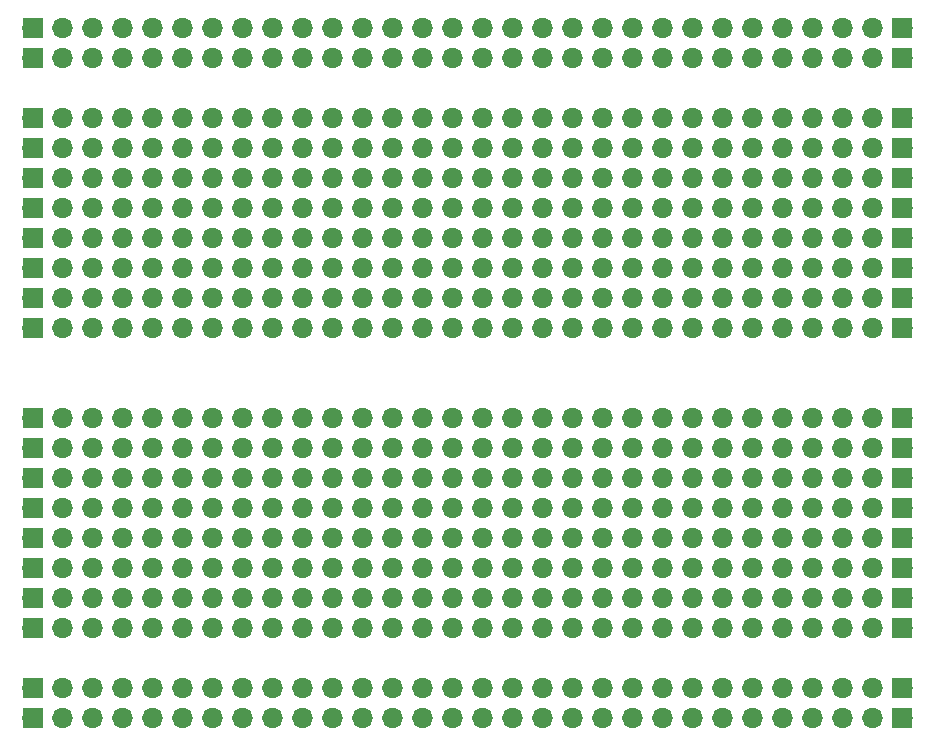
<source format=gbr>
%TF.GenerationSoftware,KiCad,Pcbnew,8.0.1*%
%TF.CreationDate,2024-04-20T18:08:00+02:00*%
%TF.ProjectId,proto_board_V3,70726f74-6f5f-4626-9f61-72645f56332e,rev?*%
%TF.SameCoordinates,Original*%
%TF.FileFunction,Soldermask,Bot*%
%TF.FilePolarity,Negative*%
%FSLAX46Y46*%
G04 Gerber Fmt 4.6, Leading zero omitted, Abs format (unit mm)*
G04 Created by KiCad (PCBNEW 8.0.1) date 2024-04-20 18:08:00*
%MOMM*%
%LPD*%
G01*
G04 APERTURE LIST*
%ADD10R,1.700000X1.700000*%
%ADD11O,1.700000X1.700000*%
G04 APERTURE END LIST*
D10*
%TO.C,REF\u002A\u002A*%
X122000000Y-52030000D03*
D11*
X119460000Y-52030000D03*
X116920000Y-52030000D03*
X114380000Y-52030000D03*
X111840000Y-52030000D03*
X109300000Y-52030000D03*
X106760000Y-52030000D03*
X104220000Y-52030000D03*
X101680000Y-52030000D03*
X99140000Y-52030000D03*
X96600000Y-52030000D03*
X94060000Y-52030000D03*
X91520000Y-52030000D03*
X88980000Y-52030000D03*
X86440000Y-52030000D03*
X83900000Y-52030000D03*
X81360000Y-52030000D03*
X78820000Y-52030000D03*
X76280000Y-52030000D03*
X73740000Y-52030000D03*
X71200000Y-52030000D03*
X68660000Y-52030000D03*
X66120000Y-52030000D03*
X63580000Y-52030000D03*
X61040000Y-52030000D03*
X58500000Y-52030000D03*
X55960000Y-52030000D03*
X53420000Y-52030000D03*
X50880000Y-52030000D03*
X48340000Y-52030000D03*
%TD*%
D10*
%TO.C,REF\u002A\u002A*%
X122010000Y-97750000D03*
D11*
X119470000Y-97750000D03*
X116930000Y-97750000D03*
X114390000Y-97750000D03*
X111850000Y-97750000D03*
X109310000Y-97750000D03*
X106770000Y-97750000D03*
X104230000Y-97750000D03*
X101690000Y-97750000D03*
X99150000Y-97750000D03*
X96610000Y-97750000D03*
X94070000Y-97750000D03*
X91530000Y-97750000D03*
X88990000Y-97750000D03*
X86450000Y-97750000D03*
X83910000Y-97750000D03*
X81370000Y-97750000D03*
X78830000Y-97750000D03*
X76290000Y-97750000D03*
X73750000Y-97750000D03*
X71210000Y-97750000D03*
X68670000Y-97750000D03*
X66130000Y-97750000D03*
X63590000Y-97750000D03*
X61050000Y-97750000D03*
X58510000Y-97750000D03*
X55970000Y-97750000D03*
X53430000Y-97750000D03*
X50890000Y-97750000D03*
X48350000Y-97750000D03*
%TD*%
D10*
%TO.C,REF\u002A\u002A*%
X122000000Y-62190000D03*
D11*
X119460000Y-62190000D03*
X116920000Y-62190000D03*
X114380000Y-62190000D03*
X111840000Y-62190000D03*
X109300000Y-62190000D03*
X106760000Y-62190000D03*
X104220000Y-62190000D03*
X101680000Y-62190000D03*
X99140000Y-62190000D03*
X96600000Y-62190000D03*
X94060000Y-62190000D03*
X91520000Y-62190000D03*
X88980000Y-62190000D03*
X86440000Y-62190000D03*
X83900000Y-62190000D03*
X81360000Y-62190000D03*
X78820000Y-62190000D03*
X76280000Y-62190000D03*
X73740000Y-62190000D03*
X71200000Y-62190000D03*
X68660000Y-62190000D03*
X66120000Y-62190000D03*
X63580000Y-62190000D03*
X61040000Y-62190000D03*
X58500000Y-62190000D03*
X55960000Y-62190000D03*
X53420000Y-62190000D03*
X50880000Y-62190000D03*
X48340000Y-62190000D03*
%TD*%
D10*
%TO.C,REF\u002A\u002A*%
X122000000Y-74890000D03*
D11*
X119460000Y-74890000D03*
X116920000Y-74890000D03*
X114380000Y-74890000D03*
X111840000Y-74890000D03*
X109300000Y-74890000D03*
X106760000Y-74890000D03*
X104220000Y-74890000D03*
X101680000Y-74890000D03*
X99140000Y-74890000D03*
X96600000Y-74890000D03*
X94060000Y-74890000D03*
X91520000Y-74890000D03*
X88980000Y-74890000D03*
X86440000Y-74890000D03*
X83900000Y-74890000D03*
X81360000Y-74890000D03*
X78820000Y-74890000D03*
X76280000Y-74890000D03*
X73740000Y-74890000D03*
X71200000Y-74890000D03*
X68660000Y-74890000D03*
X66120000Y-74890000D03*
X63580000Y-74890000D03*
X61040000Y-74890000D03*
X58500000Y-74890000D03*
X55960000Y-74890000D03*
X53420000Y-74890000D03*
X50880000Y-74890000D03*
X48340000Y-74890000D03*
%TD*%
D10*
%TO.C,REF\u002A\u002A*%
X122000000Y-69810000D03*
D11*
X119460000Y-69810000D03*
X116920000Y-69810000D03*
X114380000Y-69810000D03*
X111840000Y-69810000D03*
X109300000Y-69810000D03*
X106760000Y-69810000D03*
X104220000Y-69810000D03*
X101680000Y-69810000D03*
X99140000Y-69810000D03*
X96600000Y-69810000D03*
X94060000Y-69810000D03*
X91520000Y-69810000D03*
X88980000Y-69810000D03*
X86440000Y-69810000D03*
X83900000Y-69810000D03*
X81360000Y-69810000D03*
X78820000Y-69810000D03*
X76280000Y-69810000D03*
X73740000Y-69810000D03*
X71200000Y-69810000D03*
X68660000Y-69810000D03*
X66120000Y-69810000D03*
X63580000Y-69810000D03*
X61040000Y-69810000D03*
X58500000Y-69810000D03*
X55960000Y-69810000D03*
X53420000Y-69810000D03*
X50880000Y-69810000D03*
X48340000Y-69810000D03*
%TD*%
D10*
%TO.C,REF\u002A\u002A*%
X122000000Y-64730000D03*
D11*
X119460000Y-64730000D03*
X116920000Y-64730000D03*
X114380000Y-64730000D03*
X111840000Y-64730000D03*
X109300000Y-64730000D03*
X106760000Y-64730000D03*
X104220000Y-64730000D03*
X101680000Y-64730000D03*
X99140000Y-64730000D03*
X96600000Y-64730000D03*
X94060000Y-64730000D03*
X91520000Y-64730000D03*
X88980000Y-64730000D03*
X86440000Y-64730000D03*
X83900000Y-64730000D03*
X81360000Y-64730000D03*
X78820000Y-64730000D03*
X76280000Y-64730000D03*
X73740000Y-64730000D03*
X71200000Y-64730000D03*
X68660000Y-64730000D03*
X66120000Y-64730000D03*
X63580000Y-64730000D03*
X61040000Y-64730000D03*
X58500000Y-64730000D03*
X55960000Y-64730000D03*
X53420000Y-64730000D03*
X50880000Y-64730000D03*
X48340000Y-64730000D03*
%TD*%
D10*
%TO.C,REF\u002A\u002A*%
X122010000Y-105370000D03*
D11*
X119470000Y-105370000D03*
X116930000Y-105370000D03*
X114390000Y-105370000D03*
X111850000Y-105370000D03*
X109310000Y-105370000D03*
X106770000Y-105370000D03*
X104230000Y-105370000D03*
X101690000Y-105370000D03*
X99150000Y-105370000D03*
X96610000Y-105370000D03*
X94070000Y-105370000D03*
X91530000Y-105370000D03*
X88990000Y-105370000D03*
X86450000Y-105370000D03*
X83910000Y-105370000D03*
X81370000Y-105370000D03*
X78830000Y-105370000D03*
X76290000Y-105370000D03*
X73750000Y-105370000D03*
X71210000Y-105370000D03*
X68670000Y-105370000D03*
X66130000Y-105370000D03*
X63590000Y-105370000D03*
X61050000Y-105370000D03*
X58510000Y-105370000D03*
X55970000Y-105370000D03*
X53430000Y-105370000D03*
X50890000Y-105370000D03*
X48350000Y-105370000D03*
%TD*%
%TO.C,*%
X83905000Y-72345000D03*
%TD*%
D10*
%TO.C,REF\u002A\u002A*%
X48400000Y-57060000D03*
D11*
X50940000Y-57060000D03*
X53480000Y-57060000D03*
X56020000Y-57060000D03*
X58560000Y-57060000D03*
X61100000Y-57060000D03*
X63640000Y-57060000D03*
X66180000Y-57060000D03*
X68720000Y-57060000D03*
X71260000Y-57060000D03*
X73800000Y-57060000D03*
X76340000Y-57060000D03*
X78880000Y-57060000D03*
X81420000Y-57060000D03*
X83960000Y-57060000D03*
X86500000Y-57060000D03*
X89040000Y-57060000D03*
X91580000Y-57060000D03*
X94120000Y-57060000D03*
X96660000Y-57060000D03*
X99200000Y-57060000D03*
X101740000Y-57060000D03*
X104280000Y-57060000D03*
X106820000Y-57060000D03*
X109360000Y-57060000D03*
X111900000Y-57060000D03*
X114440000Y-57060000D03*
X116980000Y-57060000D03*
X119520000Y-57060000D03*
X122060000Y-57060000D03*
%TD*%
D10*
%TO.C,REF\u002A\u002A*%
X48410000Y-107860000D03*
D11*
X50950000Y-107860000D03*
X53490000Y-107860000D03*
X56030000Y-107860000D03*
X58570000Y-107860000D03*
X61110000Y-107860000D03*
X63650000Y-107860000D03*
X66190000Y-107860000D03*
X68730000Y-107860000D03*
X71270000Y-107860000D03*
X73810000Y-107860000D03*
X76350000Y-107860000D03*
X78890000Y-107860000D03*
X81430000Y-107860000D03*
X83970000Y-107860000D03*
X86510000Y-107860000D03*
X89050000Y-107860000D03*
X91590000Y-107860000D03*
X94130000Y-107860000D03*
X96670000Y-107860000D03*
X99210000Y-107860000D03*
X101750000Y-107860000D03*
X104290000Y-107860000D03*
X106830000Y-107860000D03*
X109370000Y-107860000D03*
X111910000Y-107860000D03*
X114450000Y-107860000D03*
X116990000Y-107860000D03*
X119530000Y-107860000D03*
X122070000Y-107860000D03*
%TD*%
D10*
%TO.C,REF\u002A\u002A*%
X48410000Y-87540000D03*
D11*
X50950000Y-87540000D03*
X53490000Y-87540000D03*
X56030000Y-87540000D03*
X58570000Y-87540000D03*
X61110000Y-87540000D03*
X63650000Y-87540000D03*
X66190000Y-87540000D03*
X68730000Y-87540000D03*
X71270000Y-87540000D03*
X73810000Y-87540000D03*
X76350000Y-87540000D03*
X78890000Y-87540000D03*
X81430000Y-87540000D03*
X83970000Y-87540000D03*
X86510000Y-87540000D03*
X89050000Y-87540000D03*
X91590000Y-87540000D03*
X94130000Y-87540000D03*
X96670000Y-87540000D03*
X99210000Y-87540000D03*
X101750000Y-87540000D03*
X104290000Y-87540000D03*
X106830000Y-87540000D03*
X109370000Y-87540000D03*
X111910000Y-87540000D03*
X114450000Y-87540000D03*
X116990000Y-87540000D03*
X119530000Y-87540000D03*
X122070000Y-87540000D03*
%TD*%
D10*
%TO.C,REF\u002A\u002A*%
X48410000Y-97700000D03*
D11*
X50950000Y-97700000D03*
X53490000Y-97700000D03*
X56030000Y-97700000D03*
X58570000Y-97700000D03*
X61110000Y-97700000D03*
X63650000Y-97700000D03*
X66190000Y-97700000D03*
X68730000Y-97700000D03*
X71270000Y-97700000D03*
X73810000Y-97700000D03*
X76350000Y-97700000D03*
X78890000Y-97700000D03*
X81430000Y-97700000D03*
X83970000Y-97700000D03*
X86510000Y-97700000D03*
X89050000Y-97700000D03*
X91590000Y-97700000D03*
X94130000Y-97700000D03*
X96670000Y-97700000D03*
X99210000Y-97700000D03*
X101750000Y-97700000D03*
X104290000Y-97700000D03*
X106830000Y-97700000D03*
X109370000Y-97700000D03*
X111910000Y-97700000D03*
X114450000Y-97700000D03*
X116990000Y-97700000D03*
X119530000Y-97700000D03*
X122070000Y-97700000D03*
%TD*%
D10*
%TO.C,REF\u002A\u002A*%
X48400000Y-72300000D03*
D11*
X50940000Y-72300000D03*
X53480000Y-72300000D03*
X56020000Y-72300000D03*
X58560000Y-72300000D03*
X61100000Y-72300000D03*
X63640000Y-72300000D03*
X66180000Y-72300000D03*
X68720000Y-72300000D03*
X71260000Y-72300000D03*
X73800000Y-72300000D03*
X76340000Y-72300000D03*
X78880000Y-72300000D03*
X81420000Y-72300000D03*
X83960000Y-72300000D03*
X86500000Y-72300000D03*
X89040000Y-72300000D03*
X91580000Y-72300000D03*
X94120000Y-72300000D03*
X96660000Y-72300000D03*
X99200000Y-72300000D03*
X101740000Y-72300000D03*
X104280000Y-72300000D03*
X106820000Y-72300000D03*
X109360000Y-72300000D03*
X111900000Y-72300000D03*
X114440000Y-72300000D03*
X116980000Y-72300000D03*
X119520000Y-72300000D03*
X122060000Y-72300000D03*
%TD*%
D10*
%TO.C,REF\u002A\u002A*%
X48410000Y-85000000D03*
D11*
X50950000Y-85000000D03*
X53490000Y-85000000D03*
X56030000Y-85000000D03*
X58570000Y-85000000D03*
X61110000Y-85000000D03*
X63650000Y-85000000D03*
X66190000Y-85000000D03*
X68730000Y-85000000D03*
X71270000Y-85000000D03*
X73810000Y-85000000D03*
X76350000Y-85000000D03*
X78890000Y-85000000D03*
X81430000Y-85000000D03*
X83970000Y-85000000D03*
X86510000Y-85000000D03*
X89050000Y-85000000D03*
X91590000Y-85000000D03*
X94130000Y-85000000D03*
X96670000Y-85000000D03*
X99210000Y-85000000D03*
X101750000Y-85000000D03*
X104290000Y-85000000D03*
X106830000Y-85000000D03*
X109370000Y-85000000D03*
X111910000Y-85000000D03*
X114450000Y-85000000D03*
X116990000Y-85000000D03*
X119530000Y-85000000D03*
X122070000Y-85000000D03*
%TD*%
D10*
%TO.C,REF\u002A\u002A*%
X48410000Y-100240000D03*
D11*
X50950000Y-100240000D03*
X53490000Y-100240000D03*
X56030000Y-100240000D03*
X58570000Y-100240000D03*
X61110000Y-100240000D03*
X63650000Y-100240000D03*
X66190000Y-100240000D03*
X68730000Y-100240000D03*
X71270000Y-100240000D03*
X73810000Y-100240000D03*
X76350000Y-100240000D03*
X78890000Y-100240000D03*
X81430000Y-100240000D03*
X83970000Y-100240000D03*
X86510000Y-100240000D03*
X89050000Y-100240000D03*
X91590000Y-100240000D03*
X94130000Y-100240000D03*
X96670000Y-100240000D03*
X99210000Y-100240000D03*
X101750000Y-100240000D03*
X104290000Y-100240000D03*
X106830000Y-100240000D03*
X109370000Y-100240000D03*
X111910000Y-100240000D03*
X114450000Y-100240000D03*
X116990000Y-100240000D03*
X119530000Y-100240000D03*
X122070000Y-100240000D03*
%TD*%
D10*
%TO.C,REF\u002A\u002A*%
X122010000Y-82510000D03*
D11*
X119470000Y-82510000D03*
X116930000Y-82510000D03*
X114390000Y-82510000D03*
X111850000Y-82510000D03*
X109310000Y-82510000D03*
X106770000Y-82510000D03*
X104230000Y-82510000D03*
X101690000Y-82510000D03*
X99150000Y-82510000D03*
X96610000Y-82510000D03*
X94070000Y-82510000D03*
X91530000Y-82510000D03*
X88990000Y-82510000D03*
X86450000Y-82510000D03*
X83910000Y-82510000D03*
X81370000Y-82510000D03*
X78830000Y-82510000D03*
X76290000Y-82510000D03*
X73750000Y-82510000D03*
X71210000Y-82510000D03*
X68670000Y-82510000D03*
X66130000Y-82510000D03*
X63590000Y-82510000D03*
X61050000Y-82510000D03*
X58510000Y-82510000D03*
X55970000Y-82510000D03*
X53430000Y-82510000D03*
X50890000Y-82510000D03*
X48350000Y-82510000D03*
%TD*%
D10*
%TO.C,REF\u002A\u002A*%
X122010000Y-87590000D03*
D11*
X119470000Y-87590000D03*
X116930000Y-87590000D03*
X114390000Y-87590000D03*
X111850000Y-87590000D03*
X109310000Y-87590000D03*
X106770000Y-87590000D03*
X104230000Y-87590000D03*
X101690000Y-87590000D03*
X99150000Y-87590000D03*
X96610000Y-87590000D03*
X94070000Y-87590000D03*
X91530000Y-87590000D03*
X88990000Y-87590000D03*
X86450000Y-87590000D03*
X83910000Y-87590000D03*
X81370000Y-87590000D03*
X78830000Y-87590000D03*
X76290000Y-87590000D03*
X73750000Y-87590000D03*
X71210000Y-87590000D03*
X68670000Y-87590000D03*
X66130000Y-87590000D03*
X63590000Y-87590000D03*
X61050000Y-87590000D03*
X58510000Y-87590000D03*
X55970000Y-87590000D03*
X53430000Y-87590000D03*
X50890000Y-87590000D03*
X48350000Y-87590000D03*
%TD*%
D10*
%TO.C,REF\u002A\u002A*%
X48410000Y-105320000D03*
D11*
X50950000Y-105320000D03*
X53490000Y-105320000D03*
X56030000Y-105320000D03*
X58570000Y-105320000D03*
X61110000Y-105320000D03*
X63650000Y-105320000D03*
X66190000Y-105320000D03*
X68730000Y-105320000D03*
X71270000Y-105320000D03*
X73810000Y-105320000D03*
X76350000Y-105320000D03*
X78890000Y-105320000D03*
X81430000Y-105320000D03*
X83970000Y-105320000D03*
X86510000Y-105320000D03*
X89050000Y-105320000D03*
X91590000Y-105320000D03*
X94130000Y-105320000D03*
X96670000Y-105320000D03*
X99210000Y-105320000D03*
X101750000Y-105320000D03*
X104290000Y-105320000D03*
X106830000Y-105320000D03*
X109370000Y-105320000D03*
X111910000Y-105320000D03*
X114450000Y-105320000D03*
X116990000Y-105320000D03*
X119530000Y-105320000D03*
X122070000Y-105320000D03*
%TD*%
D10*
%TO.C,REF\u002A\u002A*%
X48400000Y-51980000D03*
D11*
X50940000Y-51980000D03*
X53480000Y-51980000D03*
X56020000Y-51980000D03*
X58560000Y-51980000D03*
X61100000Y-51980000D03*
X63640000Y-51980000D03*
X66180000Y-51980000D03*
X68720000Y-51980000D03*
X71260000Y-51980000D03*
X73800000Y-51980000D03*
X76340000Y-51980000D03*
X78880000Y-51980000D03*
X81420000Y-51980000D03*
X83960000Y-51980000D03*
X86500000Y-51980000D03*
X89040000Y-51980000D03*
X91580000Y-51980000D03*
X94120000Y-51980000D03*
X96660000Y-51980000D03*
X99200000Y-51980000D03*
X101740000Y-51980000D03*
X104280000Y-51980000D03*
X106820000Y-51980000D03*
X109360000Y-51980000D03*
X111900000Y-51980000D03*
X114440000Y-51980000D03*
X116980000Y-51980000D03*
X119520000Y-51980000D03*
X122060000Y-51980000D03*
%TD*%
D10*
%TO.C,REF\u002A\u002A*%
X122010000Y-92670000D03*
D11*
X119470000Y-92670000D03*
X116930000Y-92670000D03*
X114390000Y-92670000D03*
X111850000Y-92670000D03*
X109310000Y-92670000D03*
X106770000Y-92670000D03*
X104230000Y-92670000D03*
X101690000Y-92670000D03*
X99150000Y-92670000D03*
X96610000Y-92670000D03*
X94070000Y-92670000D03*
X91530000Y-92670000D03*
X88990000Y-92670000D03*
X86450000Y-92670000D03*
X83910000Y-92670000D03*
X81370000Y-92670000D03*
X78830000Y-92670000D03*
X76290000Y-92670000D03*
X73750000Y-92670000D03*
X71210000Y-92670000D03*
X68670000Y-92670000D03*
X66130000Y-92670000D03*
X63590000Y-92670000D03*
X61050000Y-92670000D03*
X58510000Y-92670000D03*
X55970000Y-92670000D03*
X53430000Y-92670000D03*
X50890000Y-92670000D03*
X48350000Y-92670000D03*
%TD*%
D10*
%TO.C,REF\u002A\u002A*%
X48410000Y-90080000D03*
D11*
X50950000Y-90080000D03*
X53490000Y-90080000D03*
X56030000Y-90080000D03*
X58570000Y-90080000D03*
X61110000Y-90080000D03*
X63650000Y-90080000D03*
X66190000Y-90080000D03*
X68730000Y-90080000D03*
X71270000Y-90080000D03*
X73810000Y-90080000D03*
X76350000Y-90080000D03*
X78890000Y-90080000D03*
X81430000Y-90080000D03*
X83970000Y-90080000D03*
X86510000Y-90080000D03*
X89050000Y-90080000D03*
X91590000Y-90080000D03*
X94130000Y-90080000D03*
X96670000Y-90080000D03*
X99210000Y-90080000D03*
X101750000Y-90080000D03*
X104290000Y-90080000D03*
X106830000Y-90080000D03*
X109370000Y-90080000D03*
X111910000Y-90080000D03*
X114450000Y-90080000D03*
X116990000Y-90080000D03*
X119530000Y-90080000D03*
X122070000Y-90080000D03*
%TD*%
D10*
%TO.C,REF\u002A\u002A*%
X122010000Y-100290000D03*
D11*
X119470000Y-100290000D03*
X116930000Y-100290000D03*
X114390000Y-100290000D03*
X111850000Y-100290000D03*
X109310000Y-100290000D03*
X106770000Y-100290000D03*
X104230000Y-100290000D03*
X101690000Y-100290000D03*
X99150000Y-100290000D03*
X96610000Y-100290000D03*
X94070000Y-100290000D03*
X91530000Y-100290000D03*
X88990000Y-100290000D03*
X86450000Y-100290000D03*
X83910000Y-100290000D03*
X81370000Y-100290000D03*
X78830000Y-100290000D03*
X76290000Y-100290000D03*
X73750000Y-100290000D03*
X71210000Y-100290000D03*
X68670000Y-100290000D03*
X66130000Y-100290000D03*
X63590000Y-100290000D03*
X61050000Y-100290000D03*
X58510000Y-100290000D03*
X55970000Y-100290000D03*
X53430000Y-100290000D03*
X50890000Y-100290000D03*
X48350000Y-100290000D03*
%TD*%
D10*
%TO.C,REF\u002A\u002A*%
X48400000Y-59600000D03*
D11*
X50940000Y-59600000D03*
X53480000Y-59600000D03*
X56020000Y-59600000D03*
X58560000Y-59600000D03*
X61100000Y-59600000D03*
X63640000Y-59600000D03*
X66180000Y-59600000D03*
X68720000Y-59600000D03*
X71260000Y-59600000D03*
X73800000Y-59600000D03*
X76340000Y-59600000D03*
X78880000Y-59600000D03*
X81420000Y-59600000D03*
X83960000Y-59600000D03*
X86500000Y-59600000D03*
X89040000Y-59600000D03*
X91580000Y-59600000D03*
X94120000Y-59600000D03*
X96660000Y-59600000D03*
X99200000Y-59600000D03*
X101740000Y-59600000D03*
X104280000Y-59600000D03*
X106820000Y-59600000D03*
X109360000Y-59600000D03*
X111900000Y-59600000D03*
X114440000Y-59600000D03*
X116980000Y-59600000D03*
X119520000Y-59600000D03*
X122060000Y-59600000D03*
%TD*%
D10*
%TO.C,REF\u002A\u002A*%
X48400000Y-62140000D03*
D11*
X50940000Y-62140000D03*
X53480000Y-62140000D03*
X56020000Y-62140000D03*
X58560000Y-62140000D03*
X61100000Y-62140000D03*
X63640000Y-62140000D03*
X66180000Y-62140000D03*
X68720000Y-62140000D03*
X71260000Y-62140000D03*
X73800000Y-62140000D03*
X76340000Y-62140000D03*
X78880000Y-62140000D03*
X81420000Y-62140000D03*
X83960000Y-62140000D03*
X86500000Y-62140000D03*
X89040000Y-62140000D03*
X91580000Y-62140000D03*
X94120000Y-62140000D03*
X96660000Y-62140000D03*
X99200000Y-62140000D03*
X101740000Y-62140000D03*
X104280000Y-62140000D03*
X106820000Y-62140000D03*
X109360000Y-62140000D03*
X111900000Y-62140000D03*
X114440000Y-62140000D03*
X116980000Y-62140000D03*
X119520000Y-62140000D03*
X122060000Y-62140000D03*
%TD*%
D10*
%TO.C,REF\u002A\u002A*%
X122000000Y-72350000D03*
D11*
X119460000Y-72350000D03*
X116920000Y-72350000D03*
X114380000Y-72350000D03*
X111840000Y-72350000D03*
X109300000Y-72350000D03*
X106760000Y-72350000D03*
X104220000Y-72350000D03*
X101680000Y-72350000D03*
X99140000Y-72350000D03*
X96600000Y-72350000D03*
X94060000Y-72350000D03*
X91520000Y-72350000D03*
X88980000Y-72350000D03*
X86440000Y-72350000D03*
X83900000Y-72350000D03*
X81360000Y-72350000D03*
X78820000Y-72350000D03*
X76280000Y-72350000D03*
X73740000Y-72350000D03*
X71200000Y-72350000D03*
X68660000Y-72350000D03*
X66120000Y-72350000D03*
X63580000Y-72350000D03*
X61040000Y-72350000D03*
X58500000Y-72350000D03*
X55960000Y-72350000D03*
X53420000Y-72350000D03*
X50880000Y-72350000D03*
X48340000Y-72350000D03*
%TD*%
D10*
%TO.C,REF\u002A\u002A*%
X48410000Y-82460000D03*
D11*
X50950000Y-82460000D03*
X53490000Y-82460000D03*
X56030000Y-82460000D03*
X58570000Y-82460000D03*
X61110000Y-82460000D03*
X63650000Y-82460000D03*
X66190000Y-82460000D03*
X68730000Y-82460000D03*
X71270000Y-82460000D03*
X73810000Y-82460000D03*
X76350000Y-82460000D03*
X78890000Y-82460000D03*
X81430000Y-82460000D03*
X83970000Y-82460000D03*
X86510000Y-82460000D03*
X89050000Y-82460000D03*
X91590000Y-82460000D03*
X94130000Y-82460000D03*
X96670000Y-82460000D03*
X99210000Y-82460000D03*
X101750000Y-82460000D03*
X104290000Y-82460000D03*
X106830000Y-82460000D03*
X109370000Y-82460000D03*
X111910000Y-82460000D03*
X114450000Y-82460000D03*
X116990000Y-82460000D03*
X119530000Y-82460000D03*
X122070000Y-82460000D03*
%TD*%
D10*
%TO.C,REF\u002A\u002A*%
X48400000Y-49440000D03*
D11*
X50940000Y-49440000D03*
X53480000Y-49440000D03*
X56020000Y-49440000D03*
X58560000Y-49440000D03*
X61100000Y-49440000D03*
X63640000Y-49440000D03*
X66180000Y-49440000D03*
X68720000Y-49440000D03*
X71260000Y-49440000D03*
X73800000Y-49440000D03*
X76340000Y-49440000D03*
X78880000Y-49440000D03*
X81420000Y-49440000D03*
X83960000Y-49440000D03*
X86500000Y-49440000D03*
X89040000Y-49440000D03*
X91580000Y-49440000D03*
X94120000Y-49440000D03*
X96660000Y-49440000D03*
X99200000Y-49440000D03*
X101740000Y-49440000D03*
X104280000Y-49440000D03*
X106820000Y-49440000D03*
X109360000Y-49440000D03*
X111900000Y-49440000D03*
X114440000Y-49440000D03*
X116980000Y-49440000D03*
X119520000Y-49440000D03*
X122060000Y-49440000D03*
%TD*%
%TO.C,*%
X86505000Y-85005000D03*
%TD*%
D10*
%TO.C,REF\u002A\u002A*%
X48400000Y-67220000D03*
D11*
X50940000Y-67220000D03*
X53480000Y-67220000D03*
X56020000Y-67220000D03*
X58560000Y-67220000D03*
X61100000Y-67220000D03*
X63640000Y-67220000D03*
X66180000Y-67220000D03*
X68720000Y-67220000D03*
X71260000Y-67220000D03*
X73800000Y-67220000D03*
X76340000Y-67220000D03*
X78880000Y-67220000D03*
X81420000Y-67220000D03*
X83960000Y-67220000D03*
X86500000Y-67220000D03*
X89040000Y-67220000D03*
X91580000Y-67220000D03*
X94120000Y-67220000D03*
X96660000Y-67220000D03*
X99200000Y-67220000D03*
X101740000Y-67220000D03*
X104280000Y-67220000D03*
X106820000Y-67220000D03*
X109360000Y-67220000D03*
X111900000Y-67220000D03*
X114440000Y-67220000D03*
X116980000Y-67220000D03*
X119520000Y-67220000D03*
X122060000Y-67220000D03*
%TD*%
D10*
%TO.C,REF\u002A\u002A*%
X48410000Y-95160000D03*
D11*
X50950000Y-95160000D03*
X53490000Y-95160000D03*
X56030000Y-95160000D03*
X58570000Y-95160000D03*
X61110000Y-95160000D03*
X63650000Y-95160000D03*
X66190000Y-95160000D03*
X68730000Y-95160000D03*
X71270000Y-95160000D03*
X73810000Y-95160000D03*
X76350000Y-95160000D03*
X78890000Y-95160000D03*
X81430000Y-95160000D03*
X83970000Y-95160000D03*
X86510000Y-95160000D03*
X89050000Y-95160000D03*
X91590000Y-95160000D03*
X94130000Y-95160000D03*
X96670000Y-95160000D03*
X99210000Y-95160000D03*
X101750000Y-95160000D03*
X104290000Y-95160000D03*
X106830000Y-95160000D03*
X109370000Y-95160000D03*
X111910000Y-95160000D03*
X114450000Y-95160000D03*
X116990000Y-95160000D03*
X119530000Y-95160000D03*
X122070000Y-95160000D03*
%TD*%
D10*
%TO.C,REF\u002A\u002A*%
X48400000Y-64680000D03*
D11*
X50940000Y-64680000D03*
X53480000Y-64680000D03*
X56020000Y-64680000D03*
X58560000Y-64680000D03*
X61100000Y-64680000D03*
X63640000Y-64680000D03*
X66180000Y-64680000D03*
X68720000Y-64680000D03*
X71260000Y-64680000D03*
X73800000Y-64680000D03*
X76340000Y-64680000D03*
X78880000Y-64680000D03*
X81420000Y-64680000D03*
X83960000Y-64680000D03*
X86500000Y-64680000D03*
X89040000Y-64680000D03*
X91580000Y-64680000D03*
X94120000Y-64680000D03*
X96660000Y-64680000D03*
X99200000Y-64680000D03*
X101740000Y-64680000D03*
X104280000Y-64680000D03*
X106820000Y-64680000D03*
X109360000Y-64680000D03*
X111900000Y-64680000D03*
X114440000Y-64680000D03*
X116980000Y-64680000D03*
X119520000Y-64680000D03*
X122060000Y-64680000D03*
%TD*%
D10*
%TO.C,REF\u002A\u002A*%
X48400000Y-69760000D03*
D11*
X50940000Y-69760000D03*
X53480000Y-69760000D03*
X56020000Y-69760000D03*
X58560000Y-69760000D03*
X61100000Y-69760000D03*
X63640000Y-69760000D03*
X66180000Y-69760000D03*
X68720000Y-69760000D03*
X71260000Y-69760000D03*
X73800000Y-69760000D03*
X76340000Y-69760000D03*
X78880000Y-69760000D03*
X81420000Y-69760000D03*
X83960000Y-69760000D03*
X86500000Y-69760000D03*
X89040000Y-69760000D03*
X91580000Y-69760000D03*
X94120000Y-69760000D03*
X96660000Y-69760000D03*
X99200000Y-69760000D03*
X101740000Y-69760000D03*
X104280000Y-69760000D03*
X106820000Y-69760000D03*
X109360000Y-69760000D03*
X111900000Y-69760000D03*
X114440000Y-69760000D03*
X116980000Y-69760000D03*
X119520000Y-69760000D03*
X122060000Y-69760000D03*
%TD*%
D10*
%TO.C,REF\u002A\u002A*%
X122010000Y-95210000D03*
D11*
X119470000Y-95210000D03*
X116930000Y-95210000D03*
X114390000Y-95210000D03*
X111850000Y-95210000D03*
X109310000Y-95210000D03*
X106770000Y-95210000D03*
X104230000Y-95210000D03*
X101690000Y-95210000D03*
X99150000Y-95210000D03*
X96610000Y-95210000D03*
X94070000Y-95210000D03*
X91530000Y-95210000D03*
X88990000Y-95210000D03*
X86450000Y-95210000D03*
X83910000Y-95210000D03*
X81370000Y-95210000D03*
X78830000Y-95210000D03*
X76290000Y-95210000D03*
X73750000Y-95210000D03*
X71210000Y-95210000D03*
X68670000Y-95210000D03*
X66130000Y-95210000D03*
X63590000Y-95210000D03*
X61050000Y-95210000D03*
X58510000Y-95210000D03*
X55970000Y-95210000D03*
X53430000Y-95210000D03*
X50890000Y-95210000D03*
X48350000Y-95210000D03*
%TD*%
D10*
%TO.C,REF\u002A\u002A*%
X48410000Y-92620000D03*
D11*
X50950000Y-92620000D03*
X53490000Y-92620000D03*
X56030000Y-92620000D03*
X58570000Y-92620000D03*
X61110000Y-92620000D03*
X63650000Y-92620000D03*
X66190000Y-92620000D03*
X68730000Y-92620000D03*
X71270000Y-92620000D03*
X73810000Y-92620000D03*
X76350000Y-92620000D03*
X78890000Y-92620000D03*
X81430000Y-92620000D03*
X83970000Y-92620000D03*
X86510000Y-92620000D03*
X89050000Y-92620000D03*
X91590000Y-92620000D03*
X94130000Y-92620000D03*
X96670000Y-92620000D03*
X99210000Y-92620000D03*
X101750000Y-92620000D03*
X104290000Y-92620000D03*
X106830000Y-92620000D03*
X109370000Y-92620000D03*
X111910000Y-92620000D03*
X114450000Y-92620000D03*
X116990000Y-92620000D03*
X119530000Y-92620000D03*
X122070000Y-92620000D03*
%TD*%
D10*
%TO.C,REF\u002A\u002A*%
X122000000Y-67270000D03*
D11*
X119460000Y-67270000D03*
X116920000Y-67270000D03*
X114380000Y-67270000D03*
X111840000Y-67270000D03*
X109300000Y-67270000D03*
X106760000Y-67270000D03*
X104220000Y-67270000D03*
X101680000Y-67270000D03*
X99140000Y-67270000D03*
X96600000Y-67270000D03*
X94060000Y-67270000D03*
X91520000Y-67270000D03*
X88980000Y-67270000D03*
X86440000Y-67270000D03*
X83900000Y-67270000D03*
X81360000Y-67270000D03*
X78820000Y-67270000D03*
X76280000Y-67270000D03*
X73740000Y-67270000D03*
X71200000Y-67270000D03*
X68660000Y-67270000D03*
X66120000Y-67270000D03*
X63580000Y-67270000D03*
X61040000Y-67270000D03*
X58500000Y-67270000D03*
X55960000Y-67270000D03*
X53420000Y-67270000D03*
X50880000Y-67270000D03*
X48340000Y-67270000D03*
%TD*%
D10*
%TO.C,REF\u002A\u002A*%
X122000000Y-57110000D03*
D11*
X119460000Y-57110000D03*
X116920000Y-57110000D03*
X114380000Y-57110000D03*
X111840000Y-57110000D03*
X109300000Y-57110000D03*
X106760000Y-57110000D03*
X104220000Y-57110000D03*
X101680000Y-57110000D03*
X99140000Y-57110000D03*
X96600000Y-57110000D03*
X94060000Y-57110000D03*
X91520000Y-57110000D03*
X88980000Y-57110000D03*
X86440000Y-57110000D03*
X83900000Y-57110000D03*
X81360000Y-57110000D03*
X78820000Y-57110000D03*
X76280000Y-57110000D03*
X73740000Y-57110000D03*
X71200000Y-57110000D03*
X68660000Y-57110000D03*
X66120000Y-57110000D03*
X63580000Y-57110000D03*
X61040000Y-57110000D03*
X58500000Y-57110000D03*
X55960000Y-57110000D03*
X53420000Y-57110000D03*
X50880000Y-57110000D03*
X48340000Y-57110000D03*
%TD*%
D10*
%TO.C,REF\u002A\u002A*%
X122000000Y-59650000D03*
D11*
X119460000Y-59650000D03*
X116920000Y-59650000D03*
X114380000Y-59650000D03*
X111840000Y-59650000D03*
X109300000Y-59650000D03*
X106760000Y-59650000D03*
X104220000Y-59650000D03*
X101680000Y-59650000D03*
X99140000Y-59650000D03*
X96600000Y-59650000D03*
X94060000Y-59650000D03*
X91520000Y-59650000D03*
X88980000Y-59650000D03*
X86440000Y-59650000D03*
X83900000Y-59650000D03*
X81360000Y-59650000D03*
X78820000Y-59650000D03*
X76280000Y-59650000D03*
X73740000Y-59650000D03*
X71200000Y-59650000D03*
X68660000Y-59650000D03*
X66120000Y-59650000D03*
X63580000Y-59650000D03*
X61040000Y-59650000D03*
X58500000Y-59650000D03*
X55960000Y-59650000D03*
X53420000Y-59650000D03*
X50880000Y-59650000D03*
X48340000Y-59650000D03*
%TD*%
D10*
%TO.C,REF\u002A\u002A*%
X122010000Y-85050000D03*
D11*
X119470000Y-85050000D03*
X116930000Y-85050000D03*
X114390000Y-85050000D03*
X111850000Y-85050000D03*
X109310000Y-85050000D03*
X106770000Y-85050000D03*
X104230000Y-85050000D03*
X101690000Y-85050000D03*
X99150000Y-85050000D03*
X96610000Y-85050000D03*
X94070000Y-85050000D03*
X91530000Y-85050000D03*
X88990000Y-85050000D03*
X86450000Y-85050000D03*
X83910000Y-85050000D03*
X81370000Y-85050000D03*
X78830000Y-85050000D03*
X76290000Y-85050000D03*
X73750000Y-85050000D03*
X71210000Y-85050000D03*
X68670000Y-85050000D03*
X66130000Y-85050000D03*
X63590000Y-85050000D03*
X61050000Y-85050000D03*
X58510000Y-85050000D03*
X55970000Y-85050000D03*
X53430000Y-85050000D03*
X50890000Y-85050000D03*
X48350000Y-85050000D03*
%TD*%
D10*
%TO.C,REF\u002A\u002A*%
X48400000Y-74840000D03*
D11*
X50940000Y-74840000D03*
X53480000Y-74840000D03*
X56020000Y-74840000D03*
X58560000Y-74840000D03*
X61100000Y-74840000D03*
X63640000Y-74840000D03*
X66180000Y-74840000D03*
X68720000Y-74840000D03*
X71260000Y-74840000D03*
X73800000Y-74840000D03*
X76340000Y-74840000D03*
X78880000Y-74840000D03*
X81420000Y-74840000D03*
X83960000Y-74840000D03*
X86500000Y-74840000D03*
X89040000Y-74840000D03*
X91580000Y-74840000D03*
X94120000Y-74840000D03*
X96660000Y-74840000D03*
X99200000Y-74840000D03*
X101740000Y-74840000D03*
X104280000Y-74840000D03*
X106820000Y-74840000D03*
X109360000Y-74840000D03*
X111900000Y-74840000D03*
X114440000Y-74840000D03*
X116980000Y-74840000D03*
X119520000Y-74840000D03*
X122060000Y-74840000D03*
%TD*%
D10*
%TO.C,REF\u002A\u002A*%
X122000000Y-49490000D03*
D11*
X119460000Y-49490000D03*
X116920000Y-49490000D03*
X114380000Y-49490000D03*
X111840000Y-49490000D03*
X109300000Y-49490000D03*
X106760000Y-49490000D03*
X104220000Y-49490000D03*
X101680000Y-49490000D03*
X99140000Y-49490000D03*
X96600000Y-49490000D03*
X94060000Y-49490000D03*
X91520000Y-49490000D03*
X88980000Y-49490000D03*
X86440000Y-49490000D03*
X83900000Y-49490000D03*
X81360000Y-49490000D03*
X78820000Y-49490000D03*
X76280000Y-49490000D03*
X73740000Y-49490000D03*
X71200000Y-49490000D03*
X68660000Y-49490000D03*
X66120000Y-49490000D03*
X63580000Y-49490000D03*
X61040000Y-49490000D03*
X58500000Y-49490000D03*
X55960000Y-49490000D03*
X53420000Y-49490000D03*
X50880000Y-49490000D03*
X48340000Y-49490000D03*
%TD*%
D10*
%TO.C,REF\u002A\u002A*%
X122010000Y-90130000D03*
D11*
X119470000Y-90130000D03*
X116930000Y-90130000D03*
X114390000Y-90130000D03*
X111850000Y-90130000D03*
X109310000Y-90130000D03*
X106770000Y-90130000D03*
X104230000Y-90130000D03*
X101690000Y-90130000D03*
X99150000Y-90130000D03*
X96610000Y-90130000D03*
X94070000Y-90130000D03*
X91530000Y-90130000D03*
X88990000Y-90130000D03*
X86450000Y-90130000D03*
X83910000Y-90130000D03*
X81370000Y-90130000D03*
X78830000Y-90130000D03*
X76290000Y-90130000D03*
X73750000Y-90130000D03*
X71210000Y-90130000D03*
X68670000Y-90130000D03*
X66130000Y-90130000D03*
X63590000Y-90130000D03*
X61050000Y-90130000D03*
X58510000Y-90130000D03*
X55970000Y-90130000D03*
X53430000Y-90130000D03*
X50890000Y-90130000D03*
X48350000Y-90130000D03*
%TD*%
D10*
%TO.C,REF\u002A\u002A*%
X122010000Y-107910000D03*
D11*
X119470000Y-107910000D03*
X116930000Y-107910000D03*
X114390000Y-107910000D03*
X111850000Y-107910000D03*
X109310000Y-107910000D03*
X106770000Y-107910000D03*
X104230000Y-107910000D03*
X101690000Y-107910000D03*
X99150000Y-107910000D03*
X96610000Y-107910000D03*
X94070000Y-107910000D03*
X91530000Y-107910000D03*
X88990000Y-107910000D03*
X86450000Y-107910000D03*
X83910000Y-107910000D03*
X81370000Y-107910000D03*
X78830000Y-107910000D03*
X76290000Y-107910000D03*
X73750000Y-107910000D03*
X71210000Y-107910000D03*
X68670000Y-107910000D03*
X66130000Y-107910000D03*
X63590000Y-107910000D03*
X61050000Y-107910000D03*
X58510000Y-107910000D03*
X55970000Y-107910000D03*
X53430000Y-107910000D03*
X50890000Y-107910000D03*
X48350000Y-107910000D03*
%TD*%
M02*

</source>
